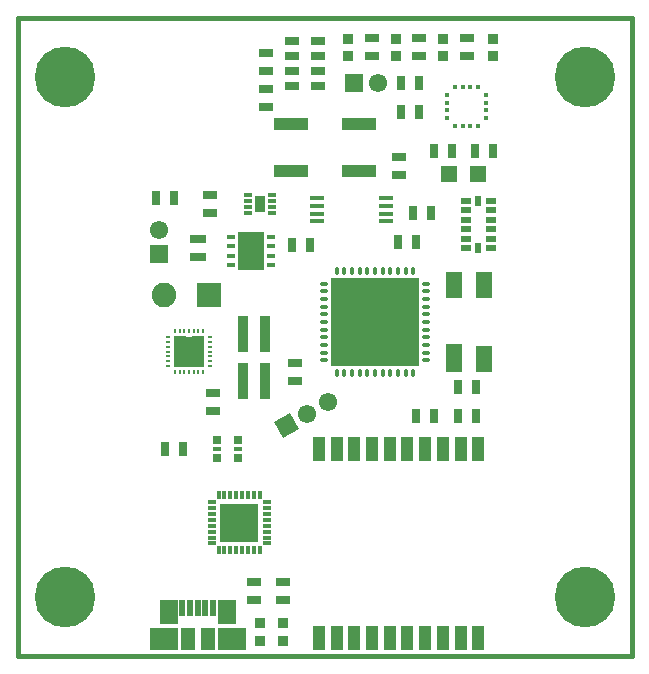
<source format=gts>
G04 (created by PCBNEW (2013-mar-13)-testing) date Fri 19 Jul 2013 02:37:30 PM PDT*
%MOIN*%
G04 Gerber Fmt 3.4, Leading zero omitted, Abs format*
%FSLAX34Y34*%
G01*
G70*
G90*
G04 APERTURE LIST*
%ADD10C,0.005906*%
%ADD11C,0.015000*%
%ADD12R,0.027000X0.047000*%
%ADD13R,0.047000X0.027000*%
%ADD14R,0.037400X0.120100*%
%ADD15R,0.033400X0.033400*%
%ADD16R,0.029600X0.013800*%
%ADD17R,0.033500X0.056300*%
%ADD18R,0.017701X0.009902*%
%ADD19R,0.009902X0.017701*%
%ADD20R,0.041370X0.041370*%
%ADD21R,0.102362X0.102362*%
%ADD22R,0.045300X0.025600*%
%ADD23R,0.027591X0.017748*%
%ADD24R,0.088614X0.129953*%
%ADD25R,0.033500X0.021700*%
%ADD26R,0.021700X0.033500*%
%ADD27R,0.017700X0.013800*%
%ADD28R,0.013800X0.017700*%
%ADD29R,0.041400X0.080700*%
%ADD30R,0.027197X0.013024*%
%ADD31R,0.013024X0.027197*%
%ADD32R,0.127984X0.127984*%
%ADD33R,0.025600X0.025600*%
%ADD34R,0.025600X0.017700*%
%ADD35O,0.025622X0.014992*%
%ADD36O,0.014992X0.025622*%
%ADD37R,0.297276X0.297276*%
%ADD38R,0.057118X0.029559*%
%ADD39R,0.049200X0.015700*%
%ADD40C,0.082000*%
%ADD41R,0.082000X0.082000*%
%ADD42C,0.061055*%
%ADD43R,0.061055X0.061055*%
%ADD44R,0.052000X0.052000*%
%ADD45C,0.202000*%
%ADD46R,0.019717X0.056331*%
%ADD47R,0.059087X0.084677*%
%ADD48R,0.096488X0.076803*%
%ADD49R,0.047276X0.076803*%
%ADD50R,0.112236X0.041370*%
%ADD51R,0.057118X0.088614*%
%ADD52R,0.057118X0.096488*%
G04 APERTURE END LIST*
G54D10*
G54D11*
X87401Y-31102D02*
X87401Y-52362D01*
X66929Y-31102D02*
X87401Y-31102D01*
X66929Y-52362D02*
X66929Y-31102D01*
X87401Y-52362D02*
X66929Y-52362D01*
G54D12*
X80211Y-44389D03*
X80811Y-44389D03*
G54D13*
X79625Y-36323D03*
X79625Y-35723D03*
X75196Y-32278D03*
X75196Y-32878D03*
G54D12*
X82189Y-44389D03*
X81589Y-44389D03*
X82189Y-43405D03*
X81589Y-43405D03*
G54D13*
X76181Y-43213D03*
X76181Y-42613D03*
X73425Y-43597D03*
X73425Y-44197D03*
G54D12*
X80319Y-34251D03*
X79719Y-34251D03*
G54D13*
X78740Y-31786D03*
X78740Y-32386D03*
X80314Y-31786D03*
X80314Y-32386D03*
X75787Y-49896D03*
X75787Y-50496D03*
G54D12*
X80221Y-38582D03*
X79621Y-38582D03*
X80713Y-37598D03*
X80113Y-37598D03*
X76677Y-38681D03*
X76077Y-38681D03*
G54D13*
X73326Y-37603D03*
X73326Y-37003D03*
G54D12*
X80319Y-33267D03*
X79719Y-33267D03*
G54D13*
X74803Y-49896D03*
X74803Y-50496D03*
G54D12*
X71845Y-45472D03*
X72445Y-45472D03*
G54D14*
X74429Y-41633D03*
X75177Y-41633D03*
X74429Y-43208D03*
X75177Y-43208D03*
G54D15*
X75787Y-51869D03*
X75787Y-51279D03*
X77952Y-32381D03*
X77952Y-31791D03*
X79527Y-32381D03*
X79527Y-31791D03*
X75000Y-51869D03*
X75000Y-51279D03*
G54D16*
X74610Y-37598D03*
X74610Y-37401D03*
X74610Y-37205D03*
X74610Y-37008D03*
X75390Y-37008D03*
X75390Y-37205D03*
X75390Y-37401D03*
X75390Y-37598D03*
G54D17*
X75000Y-37303D03*
G54D18*
X71948Y-41752D03*
X71948Y-41909D03*
X71948Y-42067D03*
X71948Y-42224D03*
X71948Y-42382D03*
X71948Y-42539D03*
X71948Y-42696D03*
G54D19*
X72164Y-42913D03*
X72322Y-42913D03*
X72479Y-42913D03*
X72637Y-42913D03*
X72794Y-42913D03*
X72952Y-42913D03*
X73109Y-42913D03*
G54D18*
X73326Y-41752D03*
X73326Y-41909D03*
X73326Y-42067D03*
X73326Y-42224D03*
X73326Y-42382D03*
X73326Y-42539D03*
X73326Y-42697D03*
G54D19*
X72164Y-41535D03*
X72322Y-41535D03*
X72479Y-41535D03*
X72637Y-41535D03*
X72794Y-41535D03*
X72951Y-41535D03*
X73109Y-41535D03*
G54D20*
X72322Y-41909D03*
X72952Y-41909D03*
G54D21*
X72637Y-42224D03*
G54D20*
X72322Y-42539D03*
X72952Y-42539D03*
G54D22*
X76082Y-31889D03*
X76082Y-32381D03*
X76082Y-32873D03*
X76082Y-33365D03*
X76948Y-31889D03*
X76948Y-32381D03*
X76948Y-32873D03*
X76948Y-33365D03*
G54D23*
X75364Y-38405D03*
X75364Y-38720D03*
X75364Y-39035D03*
X75364Y-39350D03*
X74045Y-39350D03*
X74045Y-39035D03*
X74045Y-38720D03*
X74045Y-38405D03*
G54D24*
X74704Y-38877D03*
G54D25*
X82696Y-37205D03*
X82696Y-37520D03*
X82696Y-37835D03*
X82696Y-38149D03*
X82696Y-38464D03*
X82696Y-38779D03*
X81870Y-37205D03*
X81870Y-37520D03*
X81870Y-37835D03*
X81870Y-38149D03*
X81870Y-38464D03*
X81870Y-38779D03*
G54D26*
X82283Y-37205D03*
X82283Y-38779D03*
G54D27*
X81249Y-34439D03*
X81249Y-33671D03*
X81249Y-33927D03*
X81249Y-34183D03*
X82529Y-34439D03*
X82529Y-34183D03*
X82529Y-33927D03*
X82529Y-33671D03*
G54D28*
X81761Y-33415D03*
X81505Y-33415D03*
X82017Y-33415D03*
X82273Y-33415D03*
X81505Y-34695D03*
X81761Y-34695D03*
X82017Y-34695D03*
X82273Y-34695D03*
G54D29*
X82283Y-45472D03*
X81692Y-45472D03*
X81102Y-45472D03*
X80511Y-45472D03*
X79921Y-45472D03*
X79330Y-45472D03*
X78740Y-45472D03*
X78149Y-45472D03*
X77559Y-45472D03*
X77559Y-51771D03*
X78149Y-51771D03*
X78740Y-51771D03*
X79330Y-51771D03*
X79921Y-51771D03*
X80511Y-51771D03*
X81102Y-51771D03*
X81692Y-51771D03*
X82283Y-51771D03*
X76968Y-45472D03*
X76968Y-51771D03*
G54D30*
X73393Y-47244D03*
X73393Y-47440D03*
X73393Y-47637D03*
X73393Y-47834D03*
X73393Y-48031D03*
X73393Y-48228D03*
X73393Y-48425D03*
X73393Y-48622D03*
G54D31*
X73622Y-48850D03*
X73818Y-48850D03*
X74015Y-48850D03*
X74212Y-48850D03*
X74409Y-48850D03*
X74606Y-48850D03*
X74803Y-48850D03*
X75000Y-48850D03*
G54D30*
X75228Y-48622D03*
X75228Y-48425D03*
X75228Y-48228D03*
X75228Y-48031D03*
X75228Y-47834D03*
X75228Y-47637D03*
X75228Y-47440D03*
X75228Y-47244D03*
G54D31*
X75000Y-47015D03*
X74803Y-47015D03*
X74606Y-47015D03*
X74409Y-47015D03*
X74212Y-47015D03*
X74015Y-47015D03*
X73818Y-47015D03*
X73622Y-47015D03*
G54D32*
X74311Y-47933D03*
G54D33*
X73563Y-45177D03*
X73563Y-45767D03*
X74271Y-45767D03*
X74271Y-45177D03*
G54D34*
X73563Y-45472D03*
X74271Y-45472D03*
G54D35*
X77145Y-39960D03*
X77145Y-40472D03*
X77145Y-40728D03*
X77145Y-40984D03*
X77145Y-41240D03*
X77145Y-41496D03*
X77145Y-41751D03*
X77145Y-42007D03*
X77145Y-42263D03*
X77145Y-42519D03*
G54D36*
X77559Y-42933D03*
X77814Y-42933D03*
X78070Y-42933D03*
X78326Y-42933D03*
X78582Y-42933D03*
X78838Y-42933D03*
X79094Y-42933D03*
X79350Y-42933D03*
X79606Y-42933D03*
X79862Y-42933D03*
X80118Y-42933D03*
G54D35*
X80531Y-42519D03*
X80531Y-42263D03*
X80531Y-42007D03*
X80531Y-41751D03*
X80531Y-41496D03*
X80531Y-41240D03*
X80531Y-40984D03*
X80531Y-40728D03*
X80531Y-40472D03*
X80531Y-40216D03*
X80531Y-39960D03*
G54D36*
X80118Y-39547D03*
X79862Y-39547D03*
X79606Y-39547D03*
X79350Y-39547D03*
X79094Y-39547D03*
X78838Y-39547D03*
X78582Y-39547D03*
X78326Y-39547D03*
X78070Y-39547D03*
X77814Y-39547D03*
X77559Y-39547D03*
G54D37*
X78838Y-41240D03*
G54D35*
X77145Y-40216D03*
G54D38*
X72933Y-38484D03*
X72933Y-39074D03*
G54D15*
X82775Y-32381D03*
X82775Y-31791D03*
X81102Y-32381D03*
X81102Y-31791D03*
G54D12*
X82780Y-35531D03*
X82180Y-35531D03*
X80802Y-35531D03*
X81402Y-35531D03*
G54D13*
X81889Y-32386D03*
X81889Y-31786D03*
G54D39*
X76900Y-37117D03*
X76900Y-37373D03*
X76900Y-37627D03*
X76900Y-37883D03*
X79202Y-37883D03*
X79202Y-37627D03*
X79202Y-37373D03*
X79202Y-37117D03*
G54D40*
X71789Y-40354D03*
G54D41*
X73289Y-40354D03*
G54D13*
X75196Y-34059D03*
X75196Y-33459D03*
G54D12*
X72150Y-37106D03*
X71550Y-37106D03*
G54D42*
X76574Y-44291D03*
X77256Y-43897D03*
G54D10*
G36*
X75781Y-45102D02*
X75475Y-44573D01*
X76004Y-44268D01*
X76309Y-44796D01*
X75781Y-45102D01*
X75781Y-45102D01*
G37*
G54D43*
X71653Y-38976D03*
G54D42*
X71653Y-38188D03*
G54D43*
X78149Y-33267D03*
G54D42*
X78937Y-33267D03*
G54D44*
X81299Y-36318D03*
X82283Y-36318D03*
G54D45*
X68502Y-33070D03*
X68502Y-50393D03*
X85825Y-50393D03*
X85825Y-33070D03*
G54D46*
X72421Y-50763D03*
X72677Y-50763D03*
X72933Y-50763D03*
X73188Y-50763D03*
X73444Y-50763D03*
G54D47*
X71958Y-50905D03*
X73907Y-50905D03*
G54D48*
X71791Y-51811D03*
X74074Y-51811D03*
G54D49*
X72608Y-51811D03*
X73257Y-51811D03*
G54D50*
X78307Y-36220D03*
X76023Y-36220D03*
X78307Y-34645D03*
X76023Y-34645D03*
G54D51*
X81488Y-40000D03*
X82488Y-40000D03*
X82488Y-42480D03*
G54D52*
X81488Y-42440D03*
M02*

</source>
